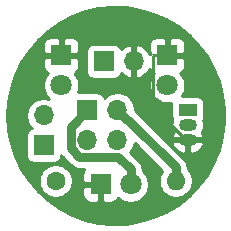
<source format=gbl>
G04 #@! TF.GenerationSoftware,KiCad,Pcbnew,5.1.5+dfsg1-2build2*
G04 #@! TF.CreationDate,2022-04-02T17:49:34+02:00*
G04 #@! TF.ProjectId,rincePile,72696e63-6550-4696-9c65-2e6b69636164,rev?*
G04 #@! TF.SameCoordinates,Original*
G04 #@! TF.FileFunction,Copper,L2,Bot*
G04 #@! TF.FilePolarity,Positive*
%FSLAX46Y46*%
G04 Gerber Fmt 4.6, Leading zero omitted, Abs format (unit mm)*
G04 Created by KiCad (PCBNEW 5.1.5+dfsg1-2build2) date 2022-04-02 17:49:34*
%MOMM*%
%LPD*%
G04 APERTURE LIST*
%ADD10O,1.700000X1.700000*%
%ADD11R,1.700000X1.700000*%
%ADD12C,1.800000*%
%ADD13R,1.800000X1.800000*%
%ADD14O,1.600000X1.600000*%
%ADD15C,1.600000*%
%ADD16R,1.500000X1.050000*%
%ADD17O,1.500000X1.050000*%
%ADD18C,0.750000*%
%ADD19C,0.250000*%
%ADD20C,0.254000*%
G04 APERTURE END LIST*
D10*
X98044000Y18034000D03*
D11*
X98044000Y15494000D03*
D10*
X105664000Y22606000D03*
D11*
X103124000Y22606000D03*
D12*
X99535048Y20595693D03*
D13*
X99535048Y23135693D03*
D14*
X109220000Y12500000D03*
D15*
X99060000Y12500000D03*
D16*
X110250000Y18500000D03*
D17*
X110250000Y15960000D03*
X110250000Y17230000D03*
D12*
X105410000Y12192000D03*
D13*
X102870000Y12192000D03*
D12*
X108505679Y20591641D03*
D13*
X108505679Y23131641D03*
D10*
X104290000Y15960000D03*
X101750000Y15960000D03*
X104290000Y18500000D03*
D11*
X101750000Y18500000D03*
D18*
X100324999Y17074999D02*
X101750000Y18500000D01*
X100324999Y15275999D02*
X100324999Y17074999D01*
X101065999Y14534999D02*
X100324999Y15275999D01*
X104339793Y14534999D02*
X101065999Y14534999D01*
X105410000Y13464792D02*
X104339793Y14534999D01*
X105410000Y12192000D02*
X105410000Y13464792D01*
X109220000Y13631370D02*
X109220000Y12500000D01*
X105201369Y17650001D02*
X109220000Y13631370D01*
X105139999Y17650001D02*
X105201369Y17650001D01*
X104290000Y18500000D02*
X105139999Y17650001D01*
D19*
X107355679Y23131641D02*
X108505679Y23131641D01*
X107280678Y23056640D02*
X107355679Y23131641D01*
X107280678Y18772227D02*
X107280678Y23056640D01*
X110092905Y15960000D02*
X107280678Y18772227D01*
X110250000Y15960000D02*
X110092905Y15960000D01*
D20*
G36*
X105022820Y27185353D02*
G01*
X106185821Y26997328D01*
X107315230Y26662126D01*
X108392502Y26185250D01*
X109399947Y25574530D01*
X110321025Y24839995D01*
X111140610Y23993706D01*
X111845245Y23049559D01*
X112423361Y22023056D01*
X112865464Y20931054D01*
X113164295Y19791481D01*
X113314947Y18623051D01*
X113314947Y17444949D01*
X113164295Y16276519D01*
X112865464Y15136946D01*
X112423361Y14044944D01*
X111845245Y13018441D01*
X111140610Y12074294D01*
X110321025Y11228005D01*
X109399947Y10493470D01*
X108392502Y9882750D01*
X107315230Y9405874D01*
X106185821Y9070672D01*
X105022820Y8882647D01*
X103845323Y8844887D01*
X102672665Y8958012D01*
X101524100Y9220164D01*
X100418488Y9627039D01*
X99373983Y10171957D01*
X98407736Y10845969D01*
X97535613Y11638008D01*
X96771934Y12535069D01*
X96702763Y12641335D01*
X97625000Y12641335D01*
X97625000Y12358665D01*
X97680147Y12081426D01*
X97788320Y11820273D01*
X97945363Y11585241D01*
X98145241Y11385363D01*
X98380273Y11228320D01*
X98641426Y11120147D01*
X98918665Y11065000D01*
X99201335Y11065000D01*
X99478574Y11120147D01*
X99739727Y11228320D01*
X99835031Y11292000D01*
X101331928Y11292000D01*
X101344188Y11167518D01*
X101380498Y11047820D01*
X101439463Y10937506D01*
X101518815Y10840815D01*
X101615506Y10761463D01*
X101725820Y10702498D01*
X101845518Y10666188D01*
X101970000Y10653928D01*
X102584250Y10657000D01*
X102743000Y10815750D01*
X102743000Y12065000D01*
X101493750Y12065000D01*
X101335000Y11906250D01*
X101331928Y11292000D01*
X99835031Y11292000D01*
X99974759Y11385363D01*
X100174637Y11585241D01*
X100331680Y11820273D01*
X100439853Y12081426D01*
X100495000Y12358665D01*
X100495000Y12641335D01*
X100439853Y12918574D01*
X100331680Y13179727D01*
X100174637Y13414759D01*
X99974759Y13614637D01*
X99739727Y13771680D01*
X99478574Y13879853D01*
X99201335Y13935000D01*
X98918665Y13935000D01*
X98641426Y13879853D01*
X98380273Y13771680D01*
X98145241Y13614637D01*
X97945363Y13414759D01*
X97788320Y13179727D01*
X97680147Y12918574D01*
X97625000Y12641335D01*
X96702763Y12641335D01*
X96129238Y13522423D01*
X95618078Y14583856D01*
X95246849Y15701941D01*
X95121808Y16344000D01*
X96555928Y16344000D01*
X96555928Y14644000D01*
X96568188Y14519518D01*
X96604498Y14399820D01*
X96663463Y14289506D01*
X96742815Y14192815D01*
X96839506Y14113463D01*
X96949820Y14054498D01*
X97069518Y14018188D01*
X97194000Y14005928D01*
X98894000Y14005928D01*
X99018482Y14018188D01*
X99138180Y14054498D01*
X99248494Y14113463D01*
X99345185Y14192815D01*
X99424537Y14289506D01*
X99483502Y14399820D01*
X99519812Y14519518D01*
X99532072Y14644000D01*
X99532072Y14650112D01*
X99607366Y14558366D01*
X99645905Y14526738D01*
X100316738Y13855905D01*
X100348366Y13817366D01*
X100502159Y13691152D01*
X100677619Y13597367D01*
X100868005Y13539614D01*
X101016391Y13524999D01*
X101016393Y13524999D01*
X101065998Y13520113D01*
X101115603Y13524999D01*
X101503890Y13524999D01*
X101439463Y13446494D01*
X101380498Y13336180D01*
X101344188Y13216482D01*
X101331928Y13092000D01*
X101335000Y12477750D01*
X101493750Y12319000D01*
X102743000Y12319000D01*
X102743000Y12339000D01*
X102997000Y12339000D01*
X102997000Y12319000D01*
X103017000Y12319000D01*
X103017000Y12065000D01*
X102997000Y12065000D01*
X102997000Y10815750D01*
X103155750Y10657000D01*
X103770000Y10653928D01*
X103894482Y10666188D01*
X104014180Y10702498D01*
X104124494Y10761463D01*
X104221185Y10840815D01*
X104300537Y10937506D01*
X104359502Y11047820D01*
X104365056Y11066127D01*
X104431495Y10999688D01*
X104682905Y10831701D01*
X104962257Y10715989D01*
X105258816Y10657000D01*
X105561184Y10657000D01*
X105857743Y10715989D01*
X106137095Y10831701D01*
X106388505Y10999688D01*
X106602312Y11213495D01*
X106770299Y11464905D01*
X106886011Y11744257D01*
X106945000Y12040816D01*
X106945000Y12343184D01*
X106886011Y12639743D01*
X106770299Y12919095D01*
X106602312Y13170505D01*
X106420000Y13352817D01*
X106420000Y13415188D01*
X106424886Y13464793D01*
X106418956Y13524999D01*
X106405385Y13662786D01*
X106347632Y13853172D01*
X106253847Y14028632D01*
X106127633Y14182425D01*
X106089094Y14214053D01*
X105366627Y14936520D01*
X105443475Y15013368D01*
X105605990Y15256589D01*
X105717932Y15526842D01*
X105747504Y15675510D01*
X108066467Y13356547D01*
X107948320Y13179727D01*
X107840147Y12918574D01*
X107785000Y12641335D01*
X107785000Y12358665D01*
X107840147Y12081426D01*
X107948320Y11820273D01*
X108105363Y11585241D01*
X108305241Y11385363D01*
X108540273Y11228320D01*
X108801426Y11120147D01*
X109078665Y11065000D01*
X109361335Y11065000D01*
X109638574Y11120147D01*
X109899727Y11228320D01*
X110134759Y11385363D01*
X110334637Y11585241D01*
X110491680Y11820273D01*
X110599853Y12081426D01*
X110655000Y12358665D01*
X110655000Y12641335D01*
X110599853Y12918574D01*
X110491680Y13179727D01*
X110334637Y13414759D01*
X110230000Y13519396D01*
X110230000Y13581773D01*
X110234885Y13631371D01*
X110230000Y13680969D01*
X110230000Y13680978D01*
X110215385Y13829364D01*
X110157632Y14019750D01*
X110063847Y14195210D01*
X109937633Y14349003D01*
X109899100Y14380626D01*
X108625536Y15654190D01*
X108906036Y15654190D01*
X108914728Y15592663D01*
X109007725Y15383118D01*
X109139816Y15195742D01*
X109305924Y15037736D01*
X109499666Y14915172D01*
X109713596Y14832761D01*
X109939493Y14793669D01*
X110123000Y14953402D01*
X110123000Y15833000D01*
X110377000Y15833000D01*
X110377000Y14953402D01*
X110560507Y14793669D01*
X110786404Y14832761D01*
X111000334Y14915172D01*
X111194076Y15037736D01*
X111360184Y15195742D01*
X111492275Y15383118D01*
X111585272Y15592663D01*
X111593964Y15654190D01*
X111468163Y15833000D01*
X110377000Y15833000D01*
X110123000Y15833000D01*
X109031837Y15833000D01*
X108906036Y15654190D01*
X108625536Y15654190D01*
X105950630Y18329095D01*
X105919002Y18367634D01*
X105775000Y18485813D01*
X105775000Y18646260D01*
X105717932Y18933158D01*
X105605990Y19203411D01*
X105443475Y19446632D01*
X105236632Y19653475D01*
X104993411Y19815990D01*
X104723158Y19927932D01*
X104436260Y19985000D01*
X104143740Y19985000D01*
X103856842Y19927932D01*
X103586589Y19815990D01*
X103343368Y19653475D01*
X103211513Y19521620D01*
X103189502Y19594180D01*
X103130537Y19704494D01*
X103051185Y19801185D01*
X102954494Y19880537D01*
X102844180Y19939502D01*
X102724482Y19975812D01*
X102600000Y19988072D01*
X100944835Y19988072D01*
X101011059Y20147950D01*
X101070048Y20444509D01*
X101070048Y20746877D01*
X101011059Y21043436D01*
X100895347Y21322788D01*
X100727360Y21574198D01*
X100660921Y21640637D01*
X100679228Y21646191D01*
X100789542Y21705156D01*
X100886233Y21784508D01*
X100965585Y21881199D01*
X101024550Y21991513D01*
X101060860Y22111211D01*
X101073120Y22235693D01*
X101070048Y22849943D01*
X100911298Y23008693D01*
X99662048Y23008693D01*
X99662048Y22988693D01*
X99408048Y22988693D01*
X99408048Y23008693D01*
X98158798Y23008693D01*
X98000048Y22849943D01*
X97996976Y22235693D01*
X98009236Y22111211D01*
X98045546Y21991513D01*
X98104511Y21881199D01*
X98183863Y21784508D01*
X98280554Y21705156D01*
X98390868Y21646191D01*
X98409175Y21640637D01*
X98342736Y21574198D01*
X98174749Y21322788D01*
X98059037Y21043436D01*
X98000048Y20746877D01*
X98000048Y20444509D01*
X98059037Y20147950D01*
X98174749Y19868598D01*
X98342736Y19617188D01*
X98512724Y19447200D01*
X98477158Y19461932D01*
X98190260Y19519000D01*
X97897740Y19519000D01*
X97610842Y19461932D01*
X97340589Y19349990D01*
X97097368Y19187475D01*
X96890525Y18980632D01*
X96728010Y18737411D01*
X96616068Y18467158D01*
X96559000Y18180260D01*
X96559000Y17887740D01*
X96616068Y17600842D01*
X96728010Y17330589D01*
X96890525Y17087368D01*
X97022380Y16955513D01*
X96949820Y16933502D01*
X96839506Y16874537D01*
X96742815Y16795185D01*
X96663463Y16698494D01*
X96604498Y16588180D01*
X96568188Y16468482D01*
X96555928Y16344000D01*
X95121808Y16344000D01*
X95021644Y16858318D01*
X94946163Y18034000D01*
X95021644Y19209682D01*
X95246849Y20366059D01*
X95618078Y21484144D01*
X96129238Y22545577D01*
X96771934Y23532931D01*
X97199941Y24035693D01*
X97996976Y24035693D01*
X98000048Y23421443D01*
X98158798Y23262693D01*
X99408048Y23262693D01*
X99408048Y24511943D01*
X99662048Y24511943D01*
X99662048Y23262693D01*
X100911298Y23262693D01*
X101070048Y23421443D01*
X101070220Y23456000D01*
X101635928Y23456000D01*
X101635928Y21756000D01*
X101648188Y21631518D01*
X101684498Y21511820D01*
X101743463Y21401506D01*
X101822815Y21304815D01*
X101919506Y21225463D01*
X102029820Y21166498D01*
X102149518Y21130188D01*
X102274000Y21117928D01*
X103974000Y21117928D01*
X104098482Y21130188D01*
X104218180Y21166498D01*
X104328494Y21225463D01*
X104425185Y21304815D01*
X104504537Y21401506D01*
X104563502Y21511820D01*
X104587966Y21592466D01*
X104663731Y21508412D01*
X104897080Y21334359D01*
X105159901Y21209175D01*
X105307110Y21164524D01*
X105537000Y21285845D01*
X105537000Y22479000D01*
X105517000Y22479000D01*
X105517000Y22733000D01*
X105537000Y22733000D01*
X105537000Y23926155D01*
X105791000Y23926155D01*
X105791000Y22733000D01*
X105811000Y22733000D01*
X105811000Y22479000D01*
X105791000Y22479000D01*
X105791000Y21285845D01*
X106020890Y21164524D01*
X106168099Y21209175D01*
X106430920Y21334359D01*
X106664269Y21508412D01*
X106859178Y21724645D01*
X107008157Y21974748D01*
X107014559Y21992795D01*
X107016177Y21987461D01*
X107075142Y21877147D01*
X107154494Y21780456D01*
X107251185Y21701104D01*
X107361499Y21642139D01*
X107379806Y21636585D01*
X107313367Y21570146D01*
X107145380Y21318736D01*
X107029668Y21039384D01*
X106970679Y20742825D01*
X106970679Y20440457D01*
X107029668Y20143898D01*
X107145380Y19864546D01*
X107313367Y19613136D01*
X107527174Y19399329D01*
X107778584Y19231342D01*
X108057936Y19115630D01*
X108354495Y19056641D01*
X108656863Y19056641D01*
X108869204Y19098878D01*
X108861928Y19025000D01*
X108861928Y17975000D01*
X108874188Y17850518D01*
X108910498Y17730820D01*
X108945093Y17666098D01*
X108881785Y17457400D01*
X108859388Y17230000D01*
X108881785Y17002600D01*
X108948115Y16783940D01*
X109048929Y16595331D01*
X109007725Y16536882D01*
X108914728Y16327337D01*
X108906036Y16265810D01*
X109031837Y16087000D01*
X109796891Y16087000D01*
X109797600Y16086785D01*
X109968021Y16070000D01*
X110531979Y16070000D01*
X110702400Y16086785D01*
X110703109Y16087000D01*
X111468163Y16087000D01*
X111593964Y16265810D01*
X111585272Y16327337D01*
X111492275Y16536882D01*
X111451071Y16595331D01*
X111551885Y16783940D01*
X111618215Y17002600D01*
X111640612Y17230000D01*
X111618215Y17457400D01*
X111554907Y17666098D01*
X111589502Y17730820D01*
X111625812Y17850518D01*
X111638072Y17975000D01*
X111638072Y19025000D01*
X111625812Y19149482D01*
X111589502Y19269180D01*
X111530537Y19379494D01*
X111451185Y19476185D01*
X111354494Y19555537D01*
X111244180Y19614502D01*
X111124482Y19650812D01*
X111000000Y19663072D01*
X109731357Y19663072D01*
X109865978Y19864546D01*
X109981690Y20143898D01*
X110040679Y20440457D01*
X110040679Y20742825D01*
X109981690Y21039384D01*
X109865978Y21318736D01*
X109697991Y21570146D01*
X109631552Y21636585D01*
X109649859Y21642139D01*
X109760173Y21701104D01*
X109856864Y21780456D01*
X109936216Y21877147D01*
X109995181Y21987461D01*
X110031491Y22107159D01*
X110043751Y22231641D01*
X110040679Y22845891D01*
X109881929Y23004641D01*
X108632679Y23004641D01*
X108632679Y22984641D01*
X108378679Y22984641D01*
X108378679Y23004641D01*
X108358679Y23004641D01*
X108358679Y23258641D01*
X108378679Y23258641D01*
X108378679Y24507891D01*
X108632679Y24507891D01*
X108632679Y23258641D01*
X109881929Y23258641D01*
X110040679Y23417391D01*
X110043751Y24031641D01*
X110031491Y24156123D01*
X109995181Y24275821D01*
X109936216Y24386135D01*
X109856864Y24482826D01*
X109760173Y24562178D01*
X109649859Y24621143D01*
X109530161Y24657453D01*
X109405679Y24669713D01*
X108791429Y24666641D01*
X108632679Y24507891D01*
X108378679Y24507891D01*
X108219929Y24666641D01*
X107605679Y24669713D01*
X107481197Y24657453D01*
X107361499Y24621143D01*
X107251185Y24562178D01*
X107154494Y24482826D01*
X107075142Y24386135D01*
X107016177Y24275821D01*
X106979867Y24156123D01*
X106967607Y24031641D01*
X106970679Y23417391D01*
X107129427Y23258643D01*
X106995415Y23258643D01*
X106859178Y23487355D01*
X106664269Y23703588D01*
X106430920Y23877641D01*
X106168099Y24002825D01*
X106020890Y24047476D01*
X105791000Y23926155D01*
X105537000Y23926155D01*
X105307110Y24047476D01*
X105159901Y24002825D01*
X104897080Y23877641D01*
X104663731Y23703588D01*
X104587966Y23619534D01*
X104563502Y23700180D01*
X104504537Y23810494D01*
X104425185Y23907185D01*
X104328494Y23986537D01*
X104218180Y24045502D01*
X104098482Y24081812D01*
X103974000Y24094072D01*
X102274000Y24094072D01*
X102149518Y24081812D01*
X102029820Y24045502D01*
X101919506Y23986537D01*
X101822815Y23907185D01*
X101743463Y23810494D01*
X101684498Y23700180D01*
X101648188Y23580482D01*
X101635928Y23456000D01*
X101070220Y23456000D01*
X101073120Y24035693D01*
X101060860Y24160175D01*
X101024550Y24279873D01*
X100965585Y24390187D01*
X100886233Y24486878D01*
X100789542Y24566230D01*
X100679228Y24625195D01*
X100559530Y24661505D01*
X100435048Y24673765D01*
X99820798Y24670693D01*
X99662048Y24511943D01*
X99408048Y24511943D01*
X99249298Y24670693D01*
X98635048Y24673765D01*
X98510566Y24661505D01*
X98390868Y24625195D01*
X98280554Y24566230D01*
X98183863Y24486878D01*
X98104511Y24390187D01*
X98045546Y24279873D01*
X98009236Y24160175D01*
X97996976Y24035693D01*
X97199941Y24035693D01*
X97535613Y24429992D01*
X98407736Y25222031D01*
X99373983Y25896043D01*
X100418488Y26440961D01*
X101524100Y26847836D01*
X102672665Y27109988D01*
X103845323Y27223113D01*
X105022820Y27185353D01*
G37*
X105022820Y27185353D02*
X106185821Y26997328D01*
X107315230Y26662126D01*
X108392502Y26185250D01*
X109399947Y25574530D01*
X110321025Y24839995D01*
X111140610Y23993706D01*
X111845245Y23049559D01*
X112423361Y22023056D01*
X112865464Y20931054D01*
X113164295Y19791481D01*
X113314947Y18623051D01*
X113314947Y17444949D01*
X113164295Y16276519D01*
X112865464Y15136946D01*
X112423361Y14044944D01*
X111845245Y13018441D01*
X111140610Y12074294D01*
X110321025Y11228005D01*
X109399947Y10493470D01*
X108392502Y9882750D01*
X107315230Y9405874D01*
X106185821Y9070672D01*
X105022820Y8882647D01*
X103845323Y8844887D01*
X102672665Y8958012D01*
X101524100Y9220164D01*
X100418488Y9627039D01*
X99373983Y10171957D01*
X98407736Y10845969D01*
X97535613Y11638008D01*
X96771934Y12535069D01*
X96702763Y12641335D01*
X97625000Y12641335D01*
X97625000Y12358665D01*
X97680147Y12081426D01*
X97788320Y11820273D01*
X97945363Y11585241D01*
X98145241Y11385363D01*
X98380273Y11228320D01*
X98641426Y11120147D01*
X98918665Y11065000D01*
X99201335Y11065000D01*
X99478574Y11120147D01*
X99739727Y11228320D01*
X99835031Y11292000D01*
X101331928Y11292000D01*
X101344188Y11167518D01*
X101380498Y11047820D01*
X101439463Y10937506D01*
X101518815Y10840815D01*
X101615506Y10761463D01*
X101725820Y10702498D01*
X101845518Y10666188D01*
X101970000Y10653928D01*
X102584250Y10657000D01*
X102743000Y10815750D01*
X102743000Y12065000D01*
X101493750Y12065000D01*
X101335000Y11906250D01*
X101331928Y11292000D01*
X99835031Y11292000D01*
X99974759Y11385363D01*
X100174637Y11585241D01*
X100331680Y11820273D01*
X100439853Y12081426D01*
X100495000Y12358665D01*
X100495000Y12641335D01*
X100439853Y12918574D01*
X100331680Y13179727D01*
X100174637Y13414759D01*
X99974759Y13614637D01*
X99739727Y13771680D01*
X99478574Y13879853D01*
X99201335Y13935000D01*
X98918665Y13935000D01*
X98641426Y13879853D01*
X98380273Y13771680D01*
X98145241Y13614637D01*
X97945363Y13414759D01*
X97788320Y13179727D01*
X97680147Y12918574D01*
X97625000Y12641335D01*
X96702763Y12641335D01*
X96129238Y13522423D01*
X95618078Y14583856D01*
X95246849Y15701941D01*
X95121808Y16344000D01*
X96555928Y16344000D01*
X96555928Y14644000D01*
X96568188Y14519518D01*
X96604498Y14399820D01*
X96663463Y14289506D01*
X96742815Y14192815D01*
X96839506Y14113463D01*
X96949820Y14054498D01*
X97069518Y14018188D01*
X97194000Y14005928D01*
X98894000Y14005928D01*
X99018482Y14018188D01*
X99138180Y14054498D01*
X99248494Y14113463D01*
X99345185Y14192815D01*
X99424537Y14289506D01*
X99483502Y14399820D01*
X99519812Y14519518D01*
X99532072Y14644000D01*
X99532072Y14650112D01*
X99607366Y14558366D01*
X99645905Y14526738D01*
X100316738Y13855905D01*
X100348366Y13817366D01*
X100502159Y13691152D01*
X100677619Y13597367D01*
X100868005Y13539614D01*
X101016391Y13524999D01*
X101016393Y13524999D01*
X101065998Y13520113D01*
X101115603Y13524999D01*
X101503890Y13524999D01*
X101439463Y13446494D01*
X101380498Y13336180D01*
X101344188Y13216482D01*
X101331928Y13092000D01*
X101335000Y12477750D01*
X101493750Y12319000D01*
X102743000Y12319000D01*
X102743000Y12339000D01*
X102997000Y12339000D01*
X102997000Y12319000D01*
X103017000Y12319000D01*
X103017000Y12065000D01*
X102997000Y12065000D01*
X102997000Y10815750D01*
X103155750Y10657000D01*
X103770000Y10653928D01*
X103894482Y10666188D01*
X104014180Y10702498D01*
X104124494Y10761463D01*
X104221185Y10840815D01*
X104300537Y10937506D01*
X104359502Y11047820D01*
X104365056Y11066127D01*
X104431495Y10999688D01*
X104682905Y10831701D01*
X104962257Y10715989D01*
X105258816Y10657000D01*
X105561184Y10657000D01*
X105857743Y10715989D01*
X106137095Y10831701D01*
X106388505Y10999688D01*
X106602312Y11213495D01*
X106770299Y11464905D01*
X106886011Y11744257D01*
X106945000Y12040816D01*
X106945000Y12343184D01*
X106886011Y12639743D01*
X106770299Y12919095D01*
X106602312Y13170505D01*
X106420000Y13352817D01*
X106420000Y13415188D01*
X106424886Y13464793D01*
X106418956Y13524999D01*
X106405385Y13662786D01*
X106347632Y13853172D01*
X106253847Y14028632D01*
X106127633Y14182425D01*
X106089094Y14214053D01*
X105366627Y14936520D01*
X105443475Y15013368D01*
X105605990Y15256589D01*
X105717932Y15526842D01*
X105747504Y15675510D01*
X108066467Y13356547D01*
X107948320Y13179727D01*
X107840147Y12918574D01*
X107785000Y12641335D01*
X107785000Y12358665D01*
X107840147Y12081426D01*
X107948320Y11820273D01*
X108105363Y11585241D01*
X108305241Y11385363D01*
X108540273Y11228320D01*
X108801426Y11120147D01*
X109078665Y11065000D01*
X109361335Y11065000D01*
X109638574Y11120147D01*
X109899727Y11228320D01*
X110134759Y11385363D01*
X110334637Y11585241D01*
X110491680Y11820273D01*
X110599853Y12081426D01*
X110655000Y12358665D01*
X110655000Y12641335D01*
X110599853Y12918574D01*
X110491680Y13179727D01*
X110334637Y13414759D01*
X110230000Y13519396D01*
X110230000Y13581773D01*
X110234885Y13631371D01*
X110230000Y13680969D01*
X110230000Y13680978D01*
X110215385Y13829364D01*
X110157632Y14019750D01*
X110063847Y14195210D01*
X109937633Y14349003D01*
X109899100Y14380626D01*
X108625536Y15654190D01*
X108906036Y15654190D01*
X108914728Y15592663D01*
X109007725Y15383118D01*
X109139816Y15195742D01*
X109305924Y15037736D01*
X109499666Y14915172D01*
X109713596Y14832761D01*
X109939493Y14793669D01*
X110123000Y14953402D01*
X110123000Y15833000D01*
X110377000Y15833000D01*
X110377000Y14953402D01*
X110560507Y14793669D01*
X110786404Y14832761D01*
X111000334Y14915172D01*
X111194076Y15037736D01*
X111360184Y15195742D01*
X111492275Y15383118D01*
X111585272Y15592663D01*
X111593964Y15654190D01*
X111468163Y15833000D01*
X110377000Y15833000D01*
X110123000Y15833000D01*
X109031837Y15833000D01*
X108906036Y15654190D01*
X108625536Y15654190D01*
X105950630Y18329095D01*
X105919002Y18367634D01*
X105775000Y18485813D01*
X105775000Y18646260D01*
X105717932Y18933158D01*
X105605990Y19203411D01*
X105443475Y19446632D01*
X105236632Y19653475D01*
X104993411Y19815990D01*
X104723158Y19927932D01*
X104436260Y19985000D01*
X104143740Y19985000D01*
X103856842Y19927932D01*
X103586589Y19815990D01*
X103343368Y19653475D01*
X103211513Y19521620D01*
X103189502Y19594180D01*
X103130537Y19704494D01*
X103051185Y19801185D01*
X102954494Y19880537D01*
X102844180Y19939502D01*
X102724482Y19975812D01*
X102600000Y19988072D01*
X100944835Y19988072D01*
X101011059Y20147950D01*
X101070048Y20444509D01*
X101070048Y20746877D01*
X101011059Y21043436D01*
X100895347Y21322788D01*
X100727360Y21574198D01*
X100660921Y21640637D01*
X100679228Y21646191D01*
X100789542Y21705156D01*
X100886233Y21784508D01*
X100965585Y21881199D01*
X101024550Y21991513D01*
X101060860Y22111211D01*
X101073120Y22235693D01*
X101070048Y22849943D01*
X100911298Y23008693D01*
X99662048Y23008693D01*
X99662048Y22988693D01*
X99408048Y22988693D01*
X99408048Y23008693D01*
X98158798Y23008693D01*
X98000048Y22849943D01*
X97996976Y22235693D01*
X98009236Y22111211D01*
X98045546Y21991513D01*
X98104511Y21881199D01*
X98183863Y21784508D01*
X98280554Y21705156D01*
X98390868Y21646191D01*
X98409175Y21640637D01*
X98342736Y21574198D01*
X98174749Y21322788D01*
X98059037Y21043436D01*
X98000048Y20746877D01*
X98000048Y20444509D01*
X98059037Y20147950D01*
X98174749Y19868598D01*
X98342736Y19617188D01*
X98512724Y19447200D01*
X98477158Y19461932D01*
X98190260Y19519000D01*
X97897740Y19519000D01*
X97610842Y19461932D01*
X97340589Y19349990D01*
X97097368Y19187475D01*
X96890525Y18980632D01*
X96728010Y18737411D01*
X96616068Y18467158D01*
X96559000Y18180260D01*
X96559000Y17887740D01*
X96616068Y17600842D01*
X96728010Y17330589D01*
X96890525Y17087368D01*
X97022380Y16955513D01*
X96949820Y16933502D01*
X96839506Y16874537D01*
X96742815Y16795185D01*
X96663463Y16698494D01*
X96604498Y16588180D01*
X96568188Y16468482D01*
X96555928Y16344000D01*
X95121808Y16344000D01*
X95021644Y16858318D01*
X94946163Y18034000D01*
X95021644Y19209682D01*
X95246849Y20366059D01*
X95618078Y21484144D01*
X96129238Y22545577D01*
X96771934Y23532931D01*
X97199941Y24035693D01*
X97996976Y24035693D01*
X98000048Y23421443D01*
X98158798Y23262693D01*
X99408048Y23262693D01*
X99408048Y24511943D01*
X99662048Y24511943D01*
X99662048Y23262693D01*
X100911298Y23262693D01*
X101070048Y23421443D01*
X101070220Y23456000D01*
X101635928Y23456000D01*
X101635928Y21756000D01*
X101648188Y21631518D01*
X101684498Y21511820D01*
X101743463Y21401506D01*
X101822815Y21304815D01*
X101919506Y21225463D01*
X102029820Y21166498D01*
X102149518Y21130188D01*
X102274000Y21117928D01*
X103974000Y21117928D01*
X104098482Y21130188D01*
X104218180Y21166498D01*
X104328494Y21225463D01*
X104425185Y21304815D01*
X104504537Y21401506D01*
X104563502Y21511820D01*
X104587966Y21592466D01*
X104663731Y21508412D01*
X104897080Y21334359D01*
X105159901Y21209175D01*
X105307110Y21164524D01*
X105537000Y21285845D01*
X105537000Y22479000D01*
X105517000Y22479000D01*
X105517000Y22733000D01*
X105537000Y22733000D01*
X105537000Y23926155D01*
X105791000Y23926155D01*
X105791000Y22733000D01*
X105811000Y22733000D01*
X105811000Y22479000D01*
X105791000Y22479000D01*
X105791000Y21285845D01*
X106020890Y21164524D01*
X106168099Y21209175D01*
X106430920Y21334359D01*
X106664269Y21508412D01*
X106859178Y21724645D01*
X107008157Y21974748D01*
X107014559Y21992795D01*
X107016177Y21987461D01*
X107075142Y21877147D01*
X107154494Y21780456D01*
X107251185Y21701104D01*
X107361499Y21642139D01*
X107379806Y21636585D01*
X107313367Y21570146D01*
X107145380Y21318736D01*
X107029668Y21039384D01*
X106970679Y20742825D01*
X106970679Y20440457D01*
X107029668Y20143898D01*
X107145380Y19864546D01*
X107313367Y19613136D01*
X107527174Y19399329D01*
X107778584Y19231342D01*
X108057936Y19115630D01*
X108354495Y19056641D01*
X108656863Y19056641D01*
X108869204Y19098878D01*
X108861928Y19025000D01*
X108861928Y17975000D01*
X108874188Y17850518D01*
X108910498Y17730820D01*
X108945093Y17666098D01*
X108881785Y17457400D01*
X108859388Y17230000D01*
X108881785Y17002600D01*
X108948115Y16783940D01*
X109048929Y16595331D01*
X109007725Y16536882D01*
X108914728Y16327337D01*
X108906036Y16265810D01*
X109031837Y16087000D01*
X109796891Y16087000D01*
X109797600Y16086785D01*
X109968021Y16070000D01*
X110531979Y16070000D01*
X110702400Y16086785D01*
X110703109Y16087000D01*
X111468163Y16087000D01*
X111593964Y16265810D01*
X111585272Y16327337D01*
X111492275Y16536882D01*
X111451071Y16595331D01*
X111551885Y16783940D01*
X111618215Y17002600D01*
X111640612Y17230000D01*
X111618215Y17457400D01*
X111554907Y17666098D01*
X111589502Y17730820D01*
X111625812Y17850518D01*
X111638072Y17975000D01*
X111638072Y19025000D01*
X111625812Y19149482D01*
X111589502Y19269180D01*
X111530537Y19379494D01*
X111451185Y19476185D01*
X111354494Y19555537D01*
X111244180Y19614502D01*
X111124482Y19650812D01*
X111000000Y19663072D01*
X109731357Y19663072D01*
X109865978Y19864546D01*
X109981690Y20143898D01*
X110040679Y20440457D01*
X110040679Y20742825D01*
X109981690Y21039384D01*
X109865978Y21318736D01*
X109697991Y21570146D01*
X109631552Y21636585D01*
X109649859Y21642139D01*
X109760173Y21701104D01*
X109856864Y21780456D01*
X109936216Y21877147D01*
X109995181Y21987461D01*
X110031491Y22107159D01*
X110043751Y22231641D01*
X110040679Y22845891D01*
X109881929Y23004641D01*
X108632679Y23004641D01*
X108632679Y22984641D01*
X108378679Y22984641D01*
X108378679Y23004641D01*
X108358679Y23004641D01*
X108358679Y23258641D01*
X108378679Y23258641D01*
X108378679Y24507891D01*
X108632679Y24507891D01*
X108632679Y23258641D01*
X109881929Y23258641D01*
X110040679Y23417391D01*
X110043751Y24031641D01*
X110031491Y24156123D01*
X109995181Y24275821D01*
X109936216Y24386135D01*
X109856864Y24482826D01*
X109760173Y24562178D01*
X109649859Y24621143D01*
X109530161Y24657453D01*
X109405679Y24669713D01*
X108791429Y24666641D01*
X108632679Y24507891D01*
X108378679Y24507891D01*
X108219929Y24666641D01*
X107605679Y24669713D01*
X107481197Y24657453D01*
X107361499Y24621143D01*
X107251185Y24562178D01*
X107154494Y24482826D01*
X107075142Y24386135D01*
X107016177Y24275821D01*
X106979867Y24156123D01*
X106967607Y24031641D01*
X106970679Y23417391D01*
X107129427Y23258643D01*
X106995415Y23258643D01*
X106859178Y23487355D01*
X106664269Y23703588D01*
X106430920Y23877641D01*
X106168099Y24002825D01*
X106020890Y24047476D01*
X105791000Y23926155D01*
X105537000Y23926155D01*
X105307110Y24047476D01*
X105159901Y24002825D01*
X104897080Y23877641D01*
X104663731Y23703588D01*
X104587966Y23619534D01*
X104563502Y23700180D01*
X104504537Y23810494D01*
X104425185Y23907185D01*
X104328494Y23986537D01*
X104218180Y24045502D01*
X104098482Y24081812D01*
X103974000Y24094072D01*
X102274000Y24094072D01*
X102149518Y24081812D01*
X102029820Y24045502D01*
X101919506Y23986537D01*
X101822815Y23907185D01*
X101743463Y23810494D01*
X101684498Y23700180D01*
X101648188Y23580482D01*
X101635928Y23456000D01*
X101070220Y23456000D01*
X101073120Y24035693D01*
X101060860Y24160175D01*
X101024550Y24279873D01*
X100965585Y24390187D01*
X100886233Y24486878D01*
X100789542Y24566230D01*
X100679228Y24625195D01*
X100559530Y24661505D01*
X100435048Y24673765D01*
X99820798Y24670693D01*
X99662048Y24511943D01*
X99408048Y24511943D01*
X99249298Y24670693D01*
X98635048Y24673765D01*
X98510566Y24661505D01*
X98390868Y24625195D01*
X98280554Y24566230D01*
X98183863Y24486878D01*
X98104511Y24390187D01*
X98045546Y24279873D01*
X98009236Y24160175D01*
X97996976Y24035693D01*
X97199941Y24035693D01*
X97535613Y24429992D01*
X98407736Y25222031D01*
X99373983Y25896043D01*
X100418488Y26440961D01*
X101524100Y26847836D01*
X102672665Y27109988D01*
X103845323Y27223113D01*
X105022820Y27185353D01*
M02*

</source>
